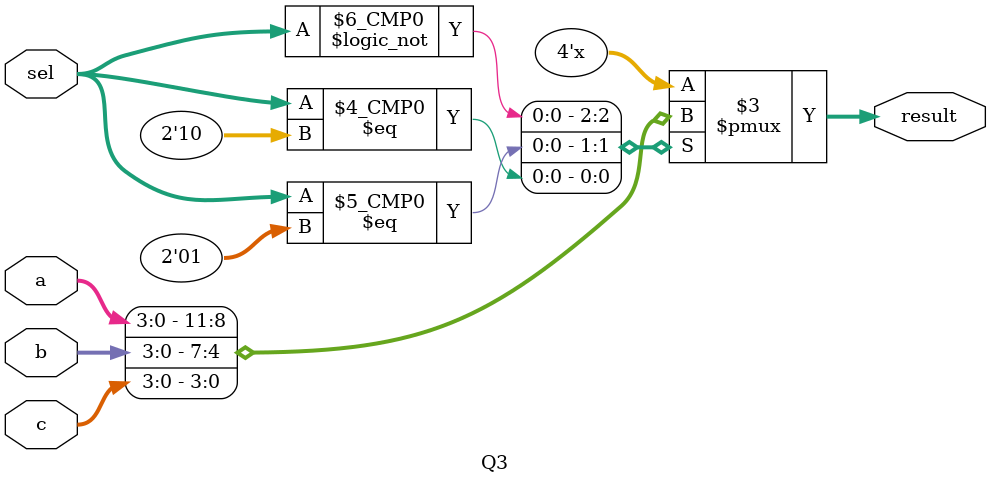
<source format=v>
`timescale 1ns / 1ps


module Q3(
    input [3:0] a,b,c,
    input [1:0] sel,
    output reg [3:0] result);
    
    always @ (a,b)
    begin
        case (sel)
            2'b00 : result = a;
            2'b01 : result = b;
            2'b10 : result = c;
        endcase
    end
    
endmodule

</source>
